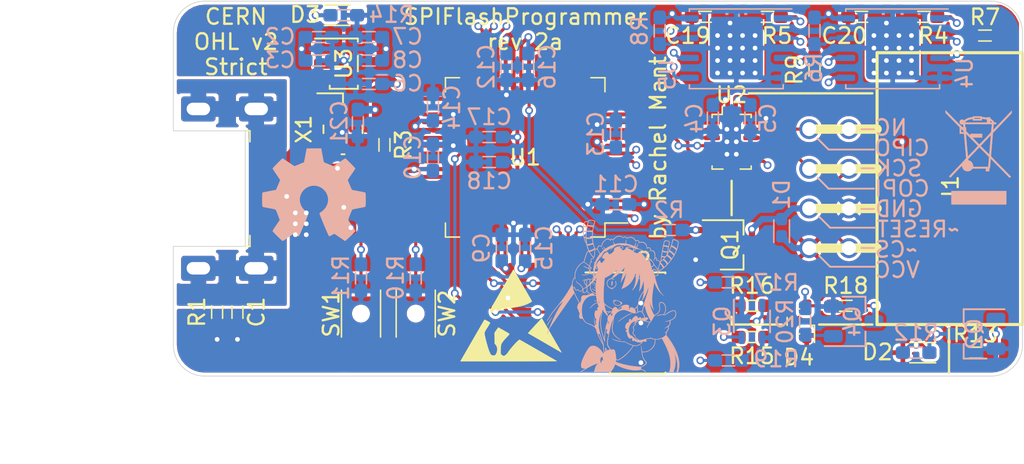
<source format=kicad_pcb>
(kicad_pcb (version 20211014) (generator pcbnew)
  (title_block (title "SPIFlashProgrammer") (rev "rev2") (company "Rachel Mant"))
  (layers (0 "F.Cu" mixed "Top") (1 "In1.Cu" mixed "Inner_1") (2 "In2.Cu" mixed "Inner_2") (31 "B.Cu" mixed "Bottom") (34 "B.Paste" user) (35 "F.Paste" user) (36 "B.SilkS" user "B.Silkscreen") (37 "F.SilkS" user "F.Silkscreen") (38 "B.Mask" user) (39 "F.Mask" user) (44 "Edge.Cuts" user))
  (net 0 "")
  (net 1 "GND")
  (net 2 "Earth")
  (net 3 "/Connectors/VBUS")
  (net 4 "/Connectors/USB_ID")
  (net 5 "/Connectors/D+")
  (net 6 "/Connectors/D-")
  (net 7 "Net-(U1-Pad64)")
  (net 8 "Net-(U1-Pad60)")
  (net 9 "Net-(U1-Pad59)")
  (net 10 "Net-(U1-Pad58)")
  (net 11 "Net-(U1-Pad57)")
  (net 12 "Net-(U1-Pad53)")
  (net 13 "Net-(U1-Pad41)")
  (net 14 "Net-(U1-Pad40)")
  (net 15 "Net-(U1-Pad36)")
  (net 16 "Net-(U1-Pad34)")
  (net 17 "Net-(U1-Pad33)")
  (net 18 "Net-(U1-Pad32)")
  (net 19 "Net-(U1-Pad31)")
  (net 20 "Net-(U1-Pad23)")
  (net 21 "Net-(U1-Pad18)")
  (net 22 "Net-(U1-Pad17)")
  (net 23 "Net-(U1-Pad16)")
  (net 24 "Net-(U1-Pad15)")
  (net 25 "Net-(U1-Pad14)")
  (net 26 "Net-(U1-Pad13)")
  (net 27 "Net-(U1-Pad10)")
  (net 28 "Net-(U1-Pad7)")
  (net 29 "Net-(U1-Pad6)")
  (net 30 "Net-(U1-Pad5)")
  (net 31 "Net-(U1-Pad4)")
  (net 32 "+3V3")
  (net 33 "/Connectors/SPI_VCC")
  (net 34 "/Connectors/~{SPI_CS}")
  (net 35 "/Connectors/SCLK")
  (net 36 "/Connectors/SDO")
  (net 37 "/Connectors/SDI")
  (net 38 "/Connectors/~{RESET}")
  (net 39 "/Connectors/~{SRESET}")
  (net 40 "/Connectors/CIPO")
  (net 41 "/Connectors/COPI")
  (net 42 "/Connectors/SCK")
  (net 43 "/Connectors/~{SCS}")
  (net 44 "/Connectors/~{SRST}")
  (net 45 "/Connectors/TDI")
  (net 46 "/Connectors/TDO")
  (net 47 "/Connectors/TCK")
  (net 48 "/Connectors/TMS")
  (net 49 "Net-(J2-Pad7)")
  (net 50 "Net-(Q1-Pad1)")
  (net 51 "Net-(C6-Pad1)")
  (net 52 "+1V2")
  (net 53 "/Onboard Flash/~{CS1}")
  (net 54 "/Onboard Flash/~{CS2}")
  (net 55 "/Onboard Flash/COPI")
  (net 56 "/Onboard Flash/CIPO")
  (net 57 "/Processor/FLASH_CLK")
  (net 58 "Net-(R6-Pad2)")
  (net 59 "Net-(R7-Pad1)")
  (net 60 "Net-(R8-Pad2)")
  (net 61 "Net-(R9-Pad1)")
  (net 62 "Net-(R11-Pad1)")
  (net 63 "Net-(R10-Pad1)")
  (net 64 "Net-(X1-Pad1)")
  (net 65 "Net-(D2-Pad1)")
  (net 66 "Net-(D3-Pad1)")
  (net 67 "Net-(Q2-Pad1)")
  (net 68 "Net-(D4-Pad4)")
  (net 69 "Net-(D4-Pad3)")
  (net 70 "Net-(D4-Pad2)")
  (net 71 "Net-(Q3-Pad6)")
  (net 72 "Net-(Q3-Pad2)")
  (net 73 "Net-(Q3-Pad5)")
  (net 74 "Net-(Q3-Pad3)")
  (net 75 "Net-(Q4-Pad3)")
  (net 76 "Net-(Q4-Pad1)")
  (net 77 "Net-(R17-Pad1)")
  (net 78 "Net-(R19-Pad1)")
  (net 79 "Net-(R20-Pad2)")
  (net 80 "Net-(J1-Pad5)")
  (net 81 "/Connectors/~{SPI_PRESENT}")
  (footprint "rhais_rcl:C0603" (layer "F.Cu") (at 119.1 92.9 -90)
    (fp_text reference "C1")
    (fp_text value "0.1uF" hide)
  )
  (footprint "rhais_rcl:R0603" (layer "F.Cu") (at 117.8 92.9 90)
    (fp_text reference "R1")
    (fp_text value "1M" hide)
  )
  (footprint "rhais_package-qfn:DQFN16_1EP_2.5x3.5mm_P0.5mm" (layer "F.Cu") (at 150.7 82 -90)
    (fp_text reference "U2")
    (fp_text value "FXL4TD245BQX" hide)
  )
  (footprint "DX-MON:QFP-64_10.2x10.2_Pitch0.5mm" (layer "F.Cu") (at 137.5 83 180)
    (fp_text reference "U1")
    (fp_text value "TM4C123GH6PM" hide)
  )
  (footprint "rhais_rcl:R0603" (layer "F.Cu") (at 128.5 82.2 -90)
    (fp_text reference "R3")
    (fp_text value "10k" hide)
  )
  (footprint "rhais_connector-pinheader:PinSocket_2x05_P1.27mm_Vertical_SMD" (layer "F.Cu") (at 144.7 93.6)
    (fp_text reference "J2")
    (fp_text value "Conn_02x05_Odd_Even" hide)
  )
  (footprint "rhais_package-smd:SOT-23-5" (layer "F.Cu") (at 125.9 77)
    (fp_text reference "U3")
    (fp_text value "TC1015-3.3VCT713" hide)
  )
  (footprint "rhais_usb:MICRO-USB-B-(IN_PCB)" (layer "F.Cu") (at 115 85 -90)
    (fp_text reference "JP1")
    (fp_text value "USB-Micro-B" hide)
    (fp_line (start -3.7 -4.6) (end 3.7 -4.6) (layer "Edge.Cuts") (width 0.05))
    (fp_line (start 3.7 -4.6) (end 3.7 0) (layer "Edge.Cuts") (width 0.05))
    (fp_line (start -3.7 0) (end -3.7 -4.6) (layer "Edge.Cuts") (width 0.05))
  )
  (footprint "rhais_package-smd:SOT-23" (layer "F.Cu") (at 150.7 88.6)
    (fp_text reference "Q1")
    (fp_text value "DMN65D8L-7" hide)
  )
  (footprint "rhais_rcl:C0603" (layer "F.Cu") (at 159 74)
    (fp_text reference "C20")
    (fp_text value "0.1uF" hide)
  )
  (footprint "rhais_rcl:R0603" (layer "F.Cu") (at 163 74 180)
    (fp_text reference "R4")
    (fp_text value "10k" hide)
  )
  (footprint "rhais_rcl:R0603" (layer "F.Cu") (at 153 74 180)
    (fp_text reference "R5")
    (fp_text value "10k" hide)
  )
  (footprint "rhais_rcl:C0603" (layer "F.Cu") (at 149 74)
    (fp_text reference "C19")
    (fp_text value "0.1uF" hide)
  )
  (footprint "rhais_rcl:R0603" (layer "F.Cu") (at 166.9 75.2)
    (fp_text reference "R7")
    (fp_text value "10k" hide)
  )
  (footprint "rhais_rcl:R0603" (layer "F.Cu") (at 156 77.4 -90)
    (fp_text reference "R9")
    (fp_text value "10k" hide)
  )
  (footprint "rhais_button-smd:B3U-1000P-B" (layer "F.Cu") (at 127 93 90)
    (fp_text reference "SW1")
    (fp_text value "B3U-1000P-B" hide)
  )
  (footprint "rhais_button-smd:B3U-1000P-B" (layer "F.Cu") (at 130.5 93 90)
    (fp_text reference "SW2")
    (fp_text value "B3U-1000P-B" hide)
  )
  (footprint "rhais_led:LED0606" (layer "F.Cu") (at 155 93.5 -90)
    (fp_text reference "D4")
    (fp_text value "HSMF-C114" hide)
  )
  (footprint "rhais_rcl:R0603" (layer "F.Cu") (at 152 92.5 180)
    (fp_text reference "R16")
    (fp_text value "750" hide)
  )
  (footprint "rhais_rcl:R0603" (layer "F.Cu") (at 158 92.5 180)
    (fp_text reference "R18")
    (fp_text value "250" hide)
  )
  (footprint "rhais_rcl:R0603" (layer "F.Cu") (at 152 94.5 180)
    (fp_text reference "R15")
    (fp_text value "1k" hide)
  )
  (footprint "rhais_led:LED0603" (layer "F.Cu") (at 162.5 95.5 180)
    (fp_text reference "D2")
    (fp_text value "LED" hide)
  )
  (footprint "rhais_rcl:R0603" (layer "F.Cu") (at 166.3 95.5)
    (fp_text reference "R13")
    (fp_text value "10k" hide)
  )
  (footprint "rhais_led:LED0603" (layer "F.Cu") (at 125.9 73.9)
    (fp_text reference "D3")
    (fp_text value "LED" hide)
  )
  (footprint "DX-MON:75867-132LF" (layer "F.Cu") (at 158.2 85 90)
    (fp_text reference "J1")
    (fp_text value "Conn_02x04_Counter_Clockwise" hide)
  )
  (footprint "rhais_osc:SMD3225" (layer "F.Cu") (at 125.85 81.2 -90)
    (fp_text reference "X1")
    (fp_text value "TXC-7C" hide)
  )
  (footprint "Symbol:ESD-Logo_6.6x6mm_SilkScreen" (layer "F.Cu") (at 136.6 93.1)
    (fp_text reference "SYM2" hide)
    (fp_text value "SYM_ESD_Small" hide)
  )
  (footprint "rhais_rcl:C0603" (layer "B.Cu") (at 151.9 80.5 -90)
    (fp_text reference "C5")
    (fp_text value "0.1uF" hide)
  )
  (footprint "rhais_rcl:C0603" (layer "B.Cu") (at 131.6 79.8 90)
    (fp_text reference "C14")
    (fp_text value "1uF" hide)
  )
  (footprint "rhais_rcl:C0603" (layer "B.Cu") (at 137.7 77.2 -90)
    (fp_text reference "C16")
    (fp_text value "0.1uF" hide)
  )
  (footprint "rhais_rcl:C0603" (layer "B.Cu") (at 135.2 81.7 180)
    (fp_text reference "C17")
    (fp_text value "1uF" hide)
  )
  (footprint "rhais_rcl:C0603" (layer "B.Cu") (at 135.2 83.3 180)
    (fp_text reference "C18")
    (fp_text value "2.2uF" hide)
  )
  (footprint "rhais_rcl:C0603" (layer "B.Cu") (at 137.5 88.8 90)
    (fp_text reference "C15")
    (fp_text value "0.1uF" hide)
  )
  (footprint "rhais_rcl:C0603" (layer "B.Cu") (at 136.3 77.2 -90)
    (fp_text reference "C12")
    (fp_text value "0.1uF" hide)
  )
  (footprint "rhais_rcl:C0603" (layer "B.Cu") (at 149.5 80.5 90)
    (fp_text reference "C4")
    (fp_text value "0.1uF" hide)
  )
  (footprint "DX-MON:SOD882D_DFN1006D-2" (layer "B.Cu") (at 153.9 87.5 90)
    (fp_text reference "D1")
    (fp_text value "PMEG2010BELD,315" hide)
  )
  (footprint "rhais_rcl:C0603" (layer "B.Cu") (at 124.3 75.3 180)
    (fp_text reference "C2")
    (fp_text value "0.1uF" hide)
  )
  (footprint "rhais_rcl:C0603" (layer "B.Cu") (at 124.3 76.8)
    (fp_text reference "C3")
    (fp_text value "1uF" hide)
  )
  (footprint "rhais_rcl:C0603" (layer "B.Cu") (at 127.5 75.3)
    (fp_text reference "C7")
    (fp_text value "0.1uF" hide)
  )
  (footprint "rhais_rcl:C0603" (layer "B.Cu") (at 127.5 76.8 180)
    (fp_text reference "C8")
    (fp_text value "1uF" hide)
  )
  (footprint "rhais_rcl:C0603" (layer "B.Cu") (at 131.6 83 90)
    (fp_text reference "C10")
    (fp_text value "0.1uF" hide)
  )
  (footprint "rhais_rcl:C0603" (layer "B.Cu") (at 143.3 86 180)
    (fp_text reference "C11")
    (fp_text value "0.1uF" hide)
  )
  (footprint "rhais_rcl:C0603" (layer "B.Cu") (at 143.3 81.5 90)
    (fp_text reference "C13")
    (fp_text value "0.1uF" hide)
  )
  (footprint "rhais_rcl:C0603" (layer "B.Cu") (at 136 88.8 90)
    (fp_text reference "C9")
    (fp_text value "0.1uF" hide)
  )
  (footprint "rhais_rcl:C0603" (layer "B.Cu") (at 127.5 78.3 180)
    (fp_text reference "C6")
    (fp_text value "470pF" hide)
  )
  (footprint "rhais_package-qfn:UDFN-8-1EP_6x5mm_P1.27mm_EP3.4x4mm" (layer "B.Cu") (at 161 76 180)
    (fp_text reference "U4")
    (fp_text value "AT25SF641-MHB-T" hide)
  )
  (footprint "rhais_package-qfn:UDFN-8-1EP_6x5mm_P1.27mm_EP3.4x4mm" (layer "B.Cu") (at 151 76 180)
    (fp_text reference "U5")
    (fp_text value "AT25SF641-MHB-T" hide)
  )
  (footprint "rhais_rcl:R0603" (layer "B.Cu") (at 156 74.9 -90)
    (fp_text reference "R6")
    (fp_text value "10k" hide)
  )
  (footprint "rhais_rcl:R0603" (layer "B.Cu") (at 146.1 74.9 -90)
    (fp_text reference "R8")
    (fp_text value "10k" hide)
  )
  (footprint "rhais_rcl:R0603" (layer "B.Cu") (at 146.7 87.65 180)
    (fp_text reference "R2")
    (fp_text value "10k" hide)
  )
  (footprint "rhais_rcl:R0603" (layer "B.Cu") (at 130.5 90.7 -90)
    (fp_text reference "R10")
    (fp_text value "10k" hide)
  )
  (footprint "rhais_rcl:R0603" (layer "B.Cu") (at 127 90.7 -90)
    (fp_text reference "R11")
    (fp_text value "10k" hide)
  )
  (footprint "rhais_rcl:C0603" (layer "B.Cu") (at 126.8 80.8 -90)
    (fp_text reference "C21")
    (fp_text value "0.1uF" hide)
  )
  (footprint "rhais_rcl:R0603" (layer "B.Cu") (at 150.5 91)
    (fp_text reference "R17")
    (fp_text value "10k" hide)
  )
  (footprint "rhais_rcl:R0603" (layer "B.Cu") (at 150.5 96)
    (fp_text reference "R19")
    (fp_text value "10k" hide)
  )
  (footprint "rhais_package-smd:SOT-23" (layer "B.Cu") (at 158.5 93.5)
    (fp_text reference "Q4")
    (fp_text value "DMN65D8L-7" hide)
  )
  (footprint "rhais_package-smd:SOT-363_SC-70-6" (layer "B.Cu") (at 152 93.5 -90)
    (fp_text reference "Q3")
    (fp_text value "2N7002DW" hide)
  )
  (footprint "rhais_rcl:R0603" (layer "B.Cu") (at 155.4 93.5 90)
    (fp_text reference "R20")
    (fp_text value "10k" hide)
  )
  (footprint "rhais_package-smd:SOT-23" (layer "B.Cu") (at 166.3 94.3 180)
    (fp_text reference "Q2")
    (fp_text value "DMN65D8L-7" hide)
  )
  (footprint "rhais_rcl:R0603" (layer "B.Cu") (at 162.5 95.5)
    (fp_text reference "R12")
    (fp_text value "440R" hide)
  )
  (footprint "rhais_rcl:R0603" (layer "B.Cu") (at 125.9 73.9)
    (fp_text reference "R14")
    (fp_text value "440R" hide)
  )
  (footprint "トール:トール-8.6x9.9" (layer "B.Cu") (at 143.2 91.8 180)
    (fp_text reference "DRG1" hide)
    (fp_text value "トール" hide)
  )
  (footprint "Symbol:OSHW-Symbol_6.7x6mm_SilkScreen" (layer "B.Cu") (at 124 85.4 180)
    (fp_text reference "LOGO1" hide)
    (fp_text value "Logo_Open_Hardware_Small" hide)
  )
  (footprint "Symbol:WEEE-Logo_4.2x6mm_SilkScreen" (layer "B.Cu") (at 166.5 83 180)
    (fp_text reference "SYM1" hide)
    (fp_text value "SYM_ESD_Small" hide)
  )
  (gr_line (start 159 83.7) (end 159.8 83.7) (layer "B.SilkS") (width 0.12))
  (gr_line (start 159.8 85) (end 156.9 85) (layer "B.SilkS") (width 0.12))
  (gr_line (start 156.9 85) (end 156.2 84.3) (layer "B.SilkS") (width 0.12))
  (gr_line (start 159 86.3) (end 159.8 86.3) (layer "B.SilkS") (width 0.12))
  (gr_line (start 159 81.2) (end 159.8 81.2) (layer "B.SilkS") (width 0.12))
  (gr_line (start 157 87.5) (end 156.3 86.8) (layer "B.SilkS") (width 0.12))
  (gr_line (start 159.9 87.5) (end 157 87.5) (layer "B.SilkS") (width 0.12))
  (gr_line (start 159 88.8) (end 159.8 88.8) (layer "B.SilkS") (width 0.12))
  (gr_line (start 157 90) (end 156.3 89.3) (layer "B.SilkS") (width 0.12))
  (gr_line (start 159.9 90) (end 157 90) (layer "B.SilkS") (width 0.12))
  (gr_line (start 159.8 82.5) (end 156.9 82.5) (layer "B.SilkS") (width 0.12))
  (gr_line (start 156.9 82.5) (end 156.2 81.8) (layer "B.SilkS") (width 0.12))
  (gr_line (start 150.7 84.5) (end 150.7 86.7) (layer "F.SilkS") (width 0.15))
  (gr_line (start 156.3 93.7) (end 159.7 93.7) (layer "F.SilkS") (width 0.15))
  (gr_line (start 159.7 78.9) (end 151.8 78.9) (layer "F.SilkS") (width 0.15))
  (gr_line (start 150.7 93.2) (end 150.7 93.7) (layer "F.SilkS") (width 0.15))
  (gr_line (start 150.7 93.7) (end 153.9 93.7) (layer "F.SilkS") (width 0.15))
  (gr_line (start 164.6 94) (end 164.6 96.8) (layer "F.SilkS") (width 0.15))
  (gr_line (start 167.3 73) (end 117 73) (layer "Edge.Cuts") (width 0.05))
  (gr_line (start 117 97) (end 167.3 97) (layer "Edge.Cuts") (width 0.05))
  (gr_arc (start 167.3 73) (mid 168.714214 73.585786) (end 169.3 75) (layer "Edge.Cuts") (width 0.05))
  (gr_arc (start 169.3 95) (mid 168.714214 96.414214) (end 167.3 97) (layer "Edge.Cuts") (width 0.05))
  (gr_arc (start 115 75) (mid 115.585786 73.585786) (end 117 73) (layer "Edge.Cuts") (width 0.05))
  (gr_line (start 169.3 95) (end 169.3 75) (layer "Edge.Cuts") (width 0.05))
  (gr_line (start 115 75) (end 115 81.3) (layer "Edge.Cuts") (width 0.05))
  (gr_line (start 115 88.7) (end 115 95) (layer "Edge.Cuts") (width 0.05))
  (gr_arc (start 117 97) (mid 115.585786 96.414214) (end 115 95) (layer "Edge.Cuts") (width 0.05))
  (gr_text "GND" (at 161.4 86.3) (layer "B.SilkS") (effects (font (size 1 1)) (justify mirror)))
  (gr_text "VCC" (at 161.3 90.2) (layer "B.SilkS") (effects (font (size 1 1)) (justify mirror)))
  (gr_text "CIPO" (at 161.6 82.4) (layer "B.SilkS") (effects (font (size 1 1)) (justify mirror)))
  (gr_text "~CS" (at 161.2 88.9) (layer "B.SilkS") (effects (font (size 1 1)) (justify mirror)))
  (gr_text "COPI" (at 161.6 85) (layer "B.SilkS") (effects (font (size 1 1)) (justify mirror)))
  (gr_text "NC" (at 160.9 81.1) (layer "B.SilkS") (effects (font (size 1 1)) (justify mirror)))
  (gr_text "SCK" (at 161.4 83.7) (layer "B.SilkS") (effects (font (size 1 1)) (justify mirror)))
  (gr_text "~RESET" (at 162.6 87.6) (layer "B.SilkS") (effects (font (size 1 1)) (justify mirror)))
  (gr_text "by Rachel Mant" (at 146 82.4 90) (layer "F.SilkS") (effects (font (size 1 1))))
  (gr_text "SPIFlashProgrammer\nrev 2a" (at 137.5 74.8) (layer "F.SilkS") (effects (font (size 1 1))))
  (gr_text "CERN\nOHL v2\nStrict" (at 119 75.6) (layer "F.SilkS") (effects (font (size 1 1))))
  (segment (start 144.9 96.14) (end 144.9 96.14) (width 0.2) (layer "F.Cu") (net 1))
  (segment (start 144.9 92.33) (end 144.9 92.33) (width 0.2) (layer "F.Cu") (net 1))
  (segment (start 132.9 80.25) (end 132.9 80.25) (width 0.25) (layer "F.Cu") (net 1))
  (segment (start 131.65 82.25) (end 132.9 82.25) (width 0.25) (layer "F.Cu") (net 1))
  (segment (start 119.1 93.75) (end 119.1 94.65) (width 0.5) (layer "F.Cu") (net 1))
  (segment (start 150.45 83.75) (end 150.45 82.25) (width 0.2) (layer "F.Cu") (net 1))
  (segment (start 131.65 80.25) (end 132.9 80.25) (width 0.25) (layer "F.Cu") (net 1))
  (segment (start 125.7 77) (end 125.9 76.8) (width 0.4) (layer "F.Cu") (net 1))
  (segment (start 142.45 81.25) (end 143.35 81.25) (width 0.25) (layer "F.Cu") (net 1))
  (segment (start 150.45 82.25) (end 150.7 82) (width 0.2) (layer "F.Cu") (net 1))
  (segment (start 124.9 82.3) (end 124.9 82.4) (width 0.5) (layer "F.Cu") (net 1))
  (segment (start 136.25 78.95) (end 136.3 79) (width 0.25) (layer "F.Cu") (net 1))
  (segment (start 152.65 80.75) (end 152.9 80.5) (width 0.3) (layer "F.Cu") (net 1))
  (segment (start 143.35 85.75) (end 141.75 85.75) (width 0.25) (layer "F.Cu") (net 1))
  (segment (start 151.95 80.75) (end 152.65 80.75) (width 0.3) (layer "F.Cu") (net 1))
  (segment (start 136.25 77.15) (end 136.25 78.95) (width 0.25) (layer "F.Cu") (net 1))
  (segment (start 150.95 83.75) (end 150.95 82.85) (width 0.2) (layer "F.Cu") (net 1))
  (segment (start 142.1 80.9) (end 142.45 81.25) (width 0.25) (layer "F.Cu") (net 1))
  (segment (start 146.9 96.14) (end 144.9 96.14) (width 0.4) (layer "F.Cu") (net 1))
  (segment (start 117.8 93.75) (end 117.8 94.65) (width 0.5) (layer "F.Cu") (net 1))
  (segment (start 146.9 93.6) (end 144.9 93.6) (width 0.4) (layer "F.Cu") (net 1))
  (segment (start 141.75 85.75) (end 141.5 86) (width 0.25) (layer "F.Cu") (net 1))
  (segment (start 125.8 81.4) (end 124.9 82.3) (width 0.5) (layer "F.Cu") (net 1))
  (segment (start 124.55 77) (end 125.7 77) (width 0.4) (layer "F.Cu") (net 1))
  (segment (start 150.95 82.85) (end 151 82.8) (width 0.2) (layer "F.Cu") (net 1))
  (segment (start 146.9 92.33) (end 144.9 92.33) (width 0.4) (layer "F.Cu") (net 1))
  (segment (start 136.75 88.85) (end 136.75 87.2) (width 0.25) (layer "F.Cu") (net 1))
  (segment (start 149.7 89.55) (end 148.4 89.55) (width 0.4) (layer "F.Cu") (net 1))
  (via (at 150.6 76.8) (size 0.5) (drill 0.3) (layers "F.Cu" "B.Cu") (net 1))
  (via (at 150.6 77.6) (size 0.5) (drill 0.3) (layers "F.Cu" "B.Cu") (net 1))
  (via (at 152.2 76.8) (size 0.5) (drill 0.3) (layers "F.Cu" "B.Cu") (net 1))
  (via (at 149.8 77.6) (size 0.5) (drill 0.3) (layers "F.Cu" "B.Cu") (net 1))
  (via (at 149.8 76.8) (size 0.5) (drill 0.3) (layers "F.Cu" "B.Cu") (net 1))
  (via (at 150.6 76) (size 0.5) (drill 0.3) (layers "F.Cu" "B.Cu") (net 1))
  (via (at 151.4 77.6) (size 0.5) (drill 0.3) (layers "F.Cu" "B.Cu") (net 1))
  (via (at 151.4 76) (size 0.5) (drill 0.3) (layers "F.Cu" "B.Cu") (net 1))
  (via (at 152.2 76) (size 0.5) (drill 0.3) (layers "F.Cu" "B.Cu") (net 1))
  (via (at 152.2 77.6) (size 0.5) (drill 0.3) (layers "F.Cu" "B.Cu") (net 1))
  (via (at 149.8 76) (size 0.5) (drill 0.3) (layers "F.Cu" "B.Cu") (net 1))
  (via (at 151.4 76.8) (size 0.5) (drill 0.3) (layers "F.Cu" "B.Cu") (net 1))
  (via (at 161.4 76.8) (size 0.5) (drill 0.3) (layers "F.Cu" "B.Cu") (net 1))
  (via (at 161.4 75.2) (size 0.5) (drill 0.3) (layers "F.Cu" "B.Cu") (net 1))
  (via (at 160.6 75.2) (size 0.5) (drill 0.3) (layers "F.Cu" "B.Cu") (net 1))
  (via (at 159.8 76) (size 0.5) (drill 0.3) (layers "F.Cu" "B.Cu") (net 1))
  (via (at 162.2 77.6) (size 0.5) (drill 0.3) (layers "F.Cu" "B.Cu") (net 1))
  (via (at 162.2 75.2) (size 0.5) (drill 0.3) (layers "F.Cu" "B.Cu") (net 1))
  (via (at 162.2 76) (size 0.5) (drill 0.3) (layers "F.Cu" "B.Cu") (net 1))
  (via (at 161.4 76) (size 0.5) (drill 0.3) (layers "F.Cu" "B.Cu") (net 1))
  (via (at 161.4 77.6) (size 0.5) (drill 0.3) (layers "F.Cu" "B.Cu") (net 1))
  (via (at 160.6 76) (size 0.5) (drill 0.3) (layers "F.Cu" "B.Cu") (net 1))
  (via (at 159.8 76.8) (size 0.5) (drill 0.3) (layers "F.Cu" "B.Cu") (net 1))
  (via (at 159.8 77.6) (size 0.5) (drill 0.3) (layers "F.Cu" "B.Cu") (net 1))
  (via (at 160.6 74.4) (size 0.5) (drill 0.3) (layers "F.Cu" "B.Cu") (net 1))
  (via (at 159.8 75.2) (size 0.5) (drill 0.3) (layers "F.Cu" "B.Cu") (net 1))
  (via (at 162.2 76.8) (size 0.5) (drill 0.3) (layers "F.Cu" "B.Cu") (net 1))
  (via (at 160.6 77.6) (size 0.5) (drill 0.3) (layers "F.Cu" "B.Cu") (net 1))
  (via (at 160.6 76.8) (size 0.5) (drill 0.3) (layers "F.Cu" "B.Cu") (net 1))
  (via (at 141.5 86) (size 0.5) (drill 0.3) (layers "F.Cu" "B.Cu") (net 1))
  (via (at 148.4 89.55) (size 0.5) (drill 0.3) (layers "F.Cu" "B.Cu") (net 1))
  (via (at 123.5 86.55) (size 0.5) (drill 0.3) (layers "F.Cu" "B.Cu") (net 1))
  (via (at 150.4 81.2) (size 0.5) (drill 0.3) (layers "F.Cu" "B.Cu") (net 1))
  (via (at 136.75 87.2) (size 0.5) (drill 0.3) (layers "F.Cu" "B.Cu") (net 1))
  (via (at 151.4 75.2) (size 0.5) (drill 0.3) (layers "F.Cu" "B.Cu") (net 1))
  (via (at 117.8 94.65) (size 0.5) (drill 0.3) (layers "F.Cu" "B.Cu") (net 1))
  (via (at 144.9 93.6) (size 0.5) (drill 0.3) (layers "F.Cu" "B.Cu") (net 1))
  (via (at 125.9 76.8) (size 0.5) (drill 0.3) (layers "F.Cu" "B.Cu") (net 1))
  (via (at 122.8 87.25) (size 0.5) (drill 0.3) (layers "F.Cu" "B.Cu") (net 1))
  (via (at 150.4 82.8) (size 0.5) (drill 0.3) (layers "F.Cu" "B.Cu") (net 1))
  (via (at 125.8 81.4) (size 0.5) (drill 0.3) (layers "F.Cu" "B.Cu") (net 1))
  (via (at 151 81.2) (size 0.5) (drill 0.3) (layers "F.Cu" "B.Cu") (net 1))
  (via (at 119.1 94.65) (size 0.5) (drill 0.3) (layers "F.Cu" "B.Cu") (net 1))
  (via (at 122.8 86.55) (size 0.5) (drill 0.3) (layers "F.Cu" "B.Cu") (net 1))
  (via (at 151 82) (size 0.5) (drill 0.3) (layers "F.Cu" "B.Cu") (net 1))
  (via (at 152.2 75.2) (size 0.5) (drill 0.3) (layers "F.Cu" "B.Cu") (net 1))
  (via (at 149.8 75.2) (size 0.5) (drill 0.3) (layers "F.Cu" "B.Cu") (net 1))
  (via (at 136.3 79) (size 0.5) (drill 0.3) (layers "F.Cu" "B.Cu") (net 1))
  (via (at 150.6 75.2) (size 0.5) (drill 0.3) (layers "F.Cu" "B.Cu") (net 1))
  (via (at 152.9 80.5) (size 0.5) (drill 0.3) (layers "F.Cu" "B.Cu") (net 1))
  (via (at 122.8 87.95) (size 0.5) (drill 0.3) (layers "F.Cu" "B.Cu") (net 1))
  (via (at 151 82.8) (size 0.5) (drill 0.3) (layers "F.Cu" "B.Cu") (net 1))
  (via (at 132.9 80.25) (size 0.5) (drill 0.3) (layers "F.Cu" "B.Cu") (net 1))
  (via (at 132.9 82.25) (size 0.5) (drill 0.3) (layers "F.Cu" "B.Cu") (net 1))
  (via (at 144.9 96.14) (size 0.5) (drill 0.3) (layers "F.Cu" "B.Cu") (net 1))
  (via (at 136.4 92) (size 0.5) (drill 0.3) (layers "F.Cu" "B.Cu") (net 1))
  (via (at 122.25 85.5) (size 0.5) (drill 0.3) (layers "F.Cu" "B.Cu") (net 1))
  (via (at 150.6 74.4) (size 0.5) (drill 0.3) (layers "F.Cu" "B.Cu") (net 1))
  (via (at 150.4 82) (size 0.5) (drill 0.3) (layers "F.Cu" "B.Cu") (net 1))
  (via (at 144.9 92.33) (size 0.5) (drill 0.3) (layers "F.Cu" "B.Cu") (net 1))
  (via (at 142.1 80.9) (size 0.5) (drill 0.3) (layers "F.Cu" "B.Cu") (net 1))
  (via (at 123.5 87.25) (size 0.5) (drill 0.3) (layers "F.Cu" "B.Cu") (net 1))
  (via (at 123.5 87.95) (size 0.5) (drill 0.3) (layers "F.Cu" "B.Cu") (net 1))
  (segment (start 164 77.905) (end 162.505 77.905) (width 0.3) (layer "B.Cu") (net 1))
  (segment (start 152.505 77.905) (end 152.2 77.6) (width 0.3) (layer "B.Cu") (net 1))
  (segment (start 154 77.9) (end 152.505 77.905) (width 0.3) (layer "B.Cu") (net 1))
  (segment (start 162.505 77.905) (end 162.2 77.6) (width 0.3) (layer "B.Cu") (net 1))
  (segment (start 122.25 85.5) (end 122.6 85.5) (width 0.2) (layer "B.Cu") (net 1))
  (segment (start 130.565689 85.90001) (end 130.715699 85.75) (width 0.2) (layer "F.Cu") (net 3))
  (segment (start 125.9 86.2) (end 126.2 85.9) (width 0.2) (layer "F.Cu") (net 3))
  (segment (start 130.715699 85.75) (end 131.65 85.75) (width 0.2) (layer "F.Cu") (net 3))
  (segment (start 124.55 76.05) (end 123.2 76.05) (width 0.4) (layer "F.Cu") (net 3))
  (segment (start 126.2 85.9) (end 130.565689 85.90001) (width 0.2) (layer "F.Cu") (net 3))
  (via (at 125.5 83.7) (size 0.5) (drill 0.3) (layers "F.Cu" "B.Cu") (net 3))
  (via (at 125.9 86.2) (size 0.5) (drill 0.3) (layers "F.Cu" "B.Cu") (net 3))
  (via (at 123.2 76.05) (size 0.5) (drill 0.3) (layers "F.Cu" "B.Cu") (net 3))
  (segment (start 123.2 76.55) (end 123.2 76.05) (width 0.4) (layer "B.Cu") (net 3))
  (segment (start 125.9 86.2) (end 125.5 85.8) (width 0.2) (layer "B.Cu") (net 3))
  (segment (start 123.45 75.3) (end 123.2 75.55) (width 0.4) (layer "B.Cu") (net 3))
  (segment (start 123.45 76.8) (end 123.2 76.55) (width 0.4) (layer "B.Cu") (net 3))
  (segment (start 125.5 85.8) (end 125.5 83.7) (width 0.2) (layer "B.Cu") (net 3))
  (segment (start 123.2 75.55) (end 123.2 76.05) (width 0.4) (layer "B.Cu") (net 3))
  (segment (start 130.4 85.5) (end 125.4 85.5) (width 0.2) (layer "F.Cu") (net 4))
  (segment (start 122.85 85.7) (end 122.5 86.05) (width 0.2) (layer "F.Cu") (net 4))
  (segment (start 125.4 85.5) (end 125.2 85.7) (width 0.2) (layer "F.Cu") (net 4))
  (segment (start 131.65 85.25) (end 130.65 85.25) (width 0.2) (layer "F.Cu") (net 4))
  (segment (start 122.5 86.05) (end 122 86.05) (width 0.2) (layer "F.Cu") (net 4))
  (segment (start 122 86.05) (end 121.6 85.65) (width 0.2) (layer "F.Cu") (net 4))
  (segment (start 125.2 85.7) (end 122.85 85.7) (width 0.2) (layer "F.Cu") (net 4))
  (segment (start 121.6 85.65) (end 120.7 85.65) (width 0.2) (layer "F.Cu") (net 4))
  (segment (start 130.65 85.25) (end 130.4 85.5) (width 0.2) (layer "F.Cu") (net 4))
  (segment (start 131.65 84.75) (end 130.6 84.75) (width 0.2) (layer "F.Cu") (net 5))
  (segment (start 121.700008 85) (end 120.7 85) (width 0.2) (layer "F.Cu") (net 5))
  (segment (start 130.6 84.75) (end 130.55 84.7) (width 0.2) (layer "F.Cu") (net 5))
  (segment (start 125.090117 84.7) (end 124.890109 84.900008) (width 0.2) (layer "F.Cu") (net 5))
  (segment (start 121.8 84.900008) (end 121.700008 85) (width 0.2) (layer "F.Cu") (net 5))
  (segment (start 124.890109 84.900008) (end 121.8 84.900008) (width 0.2) (layer "F.Cu") (net 5))
  (segment (start 130.55 84.7) (end 125.090117 84.7) (width 0.2) (layer "F.Cu") (net 5))
  (segment (start 131.65 84.25) (end 130.65 84.25) (width 0.2) (layer "F.Cu") (net 6))
  (segment (start 121.8 84.5) (end 121.65 84.35) (width 0.2) (layer "F.Cu") (net 6))
  (segment (start 130.65 84.25) (end 130.6 84.3) (width 0.2) (layer "F.Cu") (net 6))
  (segment (start 130.6 84.3) (end 124.924429 84.3) (width 0.2) (layer "F.Cu") (net 6))
  (segment (start 124.724429 84.5) (end 121.8 84.5) (width 0.2) (layer "F.Cu") (net 6))
  (segment (start 124.924429 84.3) (end 124.724429 84.5) (width 0.2) (layer "F.Cu") (net 6))
  (segment (start 121.65 84.35) (end 120.7 84.35) (width 0.2) (layer "F.Cu") (net 6))
  (segment (start 126.9 82.3) (end 126.8 82.4) (width 0.2) (layer "F.Cu") (net 14))
  (segment (start 130.75 82.75) (end 130.3 82.3) (width 0.2) (layer "F.Cu") (net 14))
  (segment (start 131.65 82.75) (end 130.75 82.75) (width 0.2) (layer "F.Cu") (net 14))
  (segment (start 130.3 82.3) (end 126.9 82.3) (width 0.2) (layer "F.Cu") (net 14))
  (segment (start 151.95 83.25) (end 152.75 83.25) (width 0.2) (layer "F.Cu") (net 32))
  (segment (start 142.35 81.75) (end 143.35 81.75) (width 0.25) (layer "F.Cu") (net 32))
  (segment (start 136.25 88.85) (end 136.25 90.1) (width 0.25) (layer "F.Cu") (net 32))
  (segment (start 157.1 74) (end 156.9 73.8) (width 0.3) (layer "F.Cu") (net 32))
  (segment (start 136.75 75.85) (end 136.3 75.4) (width 0.25) (layer "F.Cu") (net 32))
  (segment (start 136.75 77.15) (end 136.75 75.85) (width 0.25) (layer "F.Cu") (net 32))
  (segment (start 148.15 74) (end 147.1 74) (width 0.3) (layer "F.Cu") (net 32))
  (segment (start 144.85 86.25) (end 145.1 86) (width 0.25) (layer "F.Cu") (net 32))
  (segment (start 130.4 83.75) (end 131.65 83.75) (width 0.25) (layer "F.Cu") (net 32))
  (segment (start 131.65 81.25) (end 130.711258 81.25) (width 0.25) (layer "F.Cu") (net 32))
  (segment (start 130.711258 81.25) (end 130.470482 81.009224) (width 0.25) (layer "F.Cu") (net 32))
  (segment (start 127.25 76.05) (end 128.6 76.05) (width 0.4) (layer "F.Cu") (net 32))
  (segment (start 158.15 74) (end 157.1 74) (width 0.3) (layer "F.Cu") (net 32))
  (segment (start 143.35 86.25) (end 144.85 86.25) (width 0.25) (layer "F.Cu") (net 32))
  (segment (start 152.75 83.25) (end 153 83.5) (width 0.2) (layer "F.Cu") (net 32))
  (segment (start 142.1 82) (end 142.35 81.75) (width 0.25) (layer "F.Cu") (net 32))
  (segment (start 147.1 74) (end 146.9 73.8) (width 0.3) (layer "F.Cu") (net 32))
  (via (at 153 83.5) (size 0.5) (drill 0.3) (layers "F.Cu" "B.Cu") (net 32))
  (via (at 136.25 90.1) (size 0.5) (drill 0.3) (layers "F.Cu" "B.Cu") (net 32))
  (via (at 145.1 86) (size 0.5) (drill 0.3) (layers "F.Cu" "B.Cu") (net 32))
  (via (at 136.3 75.4) (size 0.5) (drill 0.3) (layers "F.Cu" "B.Cu") (net 32))
  (via (at 156.9 73.8) (size 0.5) (drill 0.3) (layers "F.Cu" "B.Cu") (net 32))
  (via (at 126.35 87.5) (size 0.5) (drill 0.3) (layers "F.Cu" "B.Cu") (net 32))
  (via (at 127.9 79.95) (size 0.5) (drill 0.3) (layers "F.Cu" "B.Cu") (net 32))
  (via (at 146.9 73.8) (size 0.5) (drill 0.3) (layers "F.Cu" "B.Cu") (net 32))
  (via (at 142.1 82) (size 0.5) (drill 0.3) (layers "F.Cu" "B.Cu") (net 32))
  (via (at 150.3 79.3) (size 0.5) (drill 0.3) (layers "F.Cu" "B.Cu") (net 32))
  (via (at 130.4 83.75) (size 0.5) (drill 0.3) (layers "F.Cu" "B.Cu") (net 32))
  (via (at 128.6 76.05) (size 0.5) (drill 0.3) (layers "F.Cu" "B.Cu") (net 32))
  (via (at 130.470482 81.009224) (size 0.5) (drill 0.3) (layers "F.Cu" "B.Cu") (net 32))
  (segment (start 128.35 76.8) (end 128.6 76.55) (width 0.4) (layer "B.Cu") (net 32))
  (segment (start 144.15 86) (end 145.1 86) (width 0.25) (layer "B.Cu") (net 32))
  (segment (start 128.6 75.55) (end 128.6 76.05) (width 0.4) (layer "B.Cu") (net 32))
  (segment (start 130.829706 80.65) (end 130.470482 81.009224) (width 0.25) (layer "B.Cu") (net 32))
  (segment (start 136 89.65) (end 136 89.85) (width 0.25) (layer "B.Cu") (net 32))
  (segment (start 147.195 74.095) (end 146.9 73.8) (width 0.3) (layer "B.Cu") (net 32))
  (segment (start 131.5 83.75) (end 131.6 83.85) (width 0.25) (layer "B.Cu") (net 32))
  (segment (start 136.3 75.4) (end 136.3 76.35) (width 0.25) (layer "B.Cu") (net 32))
  (segment (start 146.65 74.05) (end 146.9 73.8) (width 0.2) (layer "B.Cu") (net 32))
  (segment (start 126.8 79.95) (end 127.9 79.95) (width 0.5) (layer "B.Cu") (net 32))
  (segment (start 158 74.095) (end 157.195 74.095) (width 0.3) (layer "B.Cu") (net 32))
  (segment (start 157.195 74.095) (end 156.9 73.8) (width 0.3) (layer "B.Cu") (net 32))
  (segment (start 150.3 79.3) (end 149.85 79.3) (width 0.4) (layer "B.Cu") (net 32))
  (segment (start 142.45 82.35) (end 142.1 82) (width 0.25) (layer "B.Cu") (net 32))
  (segment (start 149.85 79.3) (end 149.5 79.65) (width 0.4) (layer "B.Cu") (net 32))
  (segment (start 156 74.05) (end 156.65 74.05) (width 0.2) (layer "B.Cu") (net 32))
  (segment (start 131.6 80.65) (end 130.829706 80.65) (width 0.25) (layer "B.Cu") (net 32))
  (segment (start 148 74.095) (end 147.195 74.095) (width 0.3) (layer "B.Cu") (net 32))
  (segment (start 128.35 75.3) (end 128.6 75.55) (width 0.4) (layer "B.Cu") (net 32))
  (segment (start 143.3 82.35) (end 142.45 82.35) (width 0.25) (layer "B.Cu") (net 32))
  (segment (start 156.65 74.05) (end 156.9 73.8) (width 0.2) (layer "B.Cu") (net 32))
  (segment (start 146.1 74.05) (end 146.65 74.05) (width 0.2) (layer "B.Cu") (net 32))
  (segment (start 136 89.85) (end 136.25 90.1) (width 0.25) (layer "B.Cu") (net 32))
  (segment (start 128.6 76.55) (end 128.6 76.05) (width 0.4) (layer "B.Cu") (net 32))
  (segment (start 130.4 83.75) (end 131.5 83.75) (width 0.25) (layer "B.Cu") (net 32))
  (via (at 161.6 82) (size 0.5) (drill 0.3) (layers "F.Cu" "B.Cu") (net 33))
  (via (at 151.1 79.3) (size 0.5) (drill 0.3) (layers "F.Cu" "B.Cu") (net 33))
  (segment (start 151.1 79.3) (end 151.55 79.3) (width 0.4) (layer "B.Cu") (net 33))
  (segment (start 155.66 88.81) (end 154.66 88.81) (width 0.4) (layer "B.Cu") (net 33))
  (segment (start 151.55 79.3) (end 151.9 79.65) (width 0.4) (layer "B.Cu") (net 33))
  (segment (start 154.66 88.81) (end 153.9 88.05) (width 0.4) (layer "B.Cu") (net 33))
  (segment (start 148.75 82.75) (end 148.65 82.85) (width 0.2) (layer "F.Cu") (net 34))
  (segment (start 147.850001 81.981398) (end 146.79998 80.931378) (width 0.2) (layer "F.Cu") (net 34))
  (segment (start 147.9 82.031398) (end 147.868602 82.031398) (width 0.2) (layer "F.Cu") (net 34))
  (segment (start 139.75 75.884302) (end 139.75 77.15) (width 0.2) (layer "F.Cu") (net 34))
  (segment (start 146.79998 80.931378) (end 146.79998 78.931378) (width 0.2) (layer "F.Cu") (net 34))
  (segment (start 147.850001 82.012797) (end 147.850001 81.981398) (width 0.2) (layer "F.Cu") (net 34))
  (segment (start 147.9 82.464002) (end 147.9 82.031398) (width 0.2) (layer "F.Cu") (net 34))
  (segment (start 142.968592 75.09999) (end 140.534311 75.09999) (width 0.2) (layer "F.Cu") (net 34))
  (segment (start 147.868602 82.031398) (end 147.850001 82.012797) (width 0.2) (layer "F.Cu") (net 34))
  (segment (start 146.79998 78.931378) (end 142.968592 75.09999) (width 0.2) (layer "F.Cu") (net 34))
  (segment (start 140.534311 75.09999) (end 139.75 75.884302) (width 0.2) (layer "F.Cu") (net 34))
  (segment (start 149.45 82.75) (end 148.75 82.75) (width 0.2) (layer "F.Cu") (net 34))
  (segment (start 148.65 82.85) (end 148.285998 82.85) (width 0.2) (layer "F.Cu") (net 34))
  (segment (start 148.285998 82.85) (end 147.9 82.464002) (width 0.2) (layer "F.Cu") (net 34))
  (segment (start 146.399972 81.097068) (end 146.399972 79.097068) (width 0.2) (layer "F.Cu") (net 35))
  (segment (start 140.7 75.5) (end 140.25 75.95) (width 0.2) (layer "F.Cu") (net 35))
  (segment (start 146.399972 79.097068) (end 142.802904 75.5) (width 0.2) (layer "F.Cu") (net 35))
  (segment (start 147.3 81.997096) (end 146.399972 81.097068) (width 0.2) (layer "F.Cu") (net 35))
  (segment (start 140.25 75.95) (end 140.25 77.15) (width 0.2) (layer "F.Cu") (net 35))
  (segment (start 149.45 82.25) (end 148.5 82.25) (width 0.2) (layer "F.Cu") (net 35))
  (segment (start 147.3 82.25) (end 147.3 81.997096) (width 0.2) (layer "F.Cu") (net 35))
  (segment (start 142.802904 75.5) (end 140.7 75.5) (width 0.2) (layer "F.Cu") (net 35))
  (via (at 147.3 82.25) (size 0.5) (drill 0.3) (layers "F.Cu" "B.Cu") (net 35))
  (via (at 148.5 82.25) (size 0.5) (drill 0.3) (layers "F.Cu" "B.Cu") (net 35))
  (segment (start 148.5 82.25) (end 147.3 82.25) (width 0.2) (layer "B.Cu") (net 35))
  (segment (start 151.95 81.75) (end 153.68 81.75) (width 0.2) (layer "F.Cu") (net 36))
  (segment (start 153.68 81.75) (end 155.66 83.73) (width 0.2) (layer "F.Cu") (net 36))
  (segment (start 153.67 81.19) (end 153.61 81.25) (width 0.2) (layer "F.Cu") (net 37))
  (segment (start 151.95 81.25) (end 153.61 81.25) (width 0.2) (layer "F.Cu") (net 37))
  (segment (start 155.66 81.19) (end 153.67 81.19) (width 0.2) (layer "F.Cu") (net 37))
  (segment (start 152 88.6) (end 152 87.6) (width 0.4) (layer "F.Cu") (net 38))
  (via (at 152 87.6) (size 0.5) (drill 0.3) (layers "F.Cu" "B.Cu") (net 38))
  (segment (start 153.9 86.95) (end 153.25 86.95) (width 0.4) (layer "B.Cu") (net 38))
  (segment (start 152 87.6) (end 152.65 86.95) (width 0.4) (layer "B.Cu") (net 38))
  (segment (start 154.58 86.27) (end 153.9 86.95) (width 0.4) (layer "B.Cu") (net 38))
  (segment (start 155.66 86.27) (end 154.58 86.27) (width 0.4) (layer "B.Cu") (net 38))
  (segment (start 152.65 86.95) (end 153.25 86.95) (width 0.4) (layer "B.Cu") (net 38))
  (segment (start 137.75 77.15) (end 137.75 80) (width 0.2) (layer "F.Cu") (net 39))
  (via (at 137.75 80) (size 0.5) (drill 0.3) (layers "F.Cu" "B.Cu") (net 39))
  (segment (start 145.85 87.65) (end 142.15 87.65) (width 0.2) (layer "B.Cu") (net 39))
  (segment (start 137.75 80) (end 137.75 83.25) (width 0.2) (layer "B.Cu") (net 39))
  (segment (start 137.75 83.25) (end 142.15 87.65) (width 0.2) (layer "B.Cu") (net 39))
  (segment (start 139.25 75.818602) (end 139.25 77.15) (width 0.2) (layer "F.Cu") (net 40))
  (segment (start 148.660008 81.65001) (end 148.084311 81.65001) (width 0.2) (layer "F.Cu") (net 40))
  (segment (start 149.45 81.75) (end 148.759998 81.75) (width 0.2) (layer "F.Cu") (net 40))
  (segment (start 147.19999 78.765688) (end 143.134282 74.69998) (width 0.2) (layer "F.Cu") (net 40))
  (segment (start 140.368622 74.69998) (end 139.25 75.818602) (width 0.2) (layer "F.Cu") (net 40))
  (segment (start 148.084311 81.65001) (end 147.19999 80.765689) (width 0.2) (layer "F.Cu") (net 40))
  (segment (start 147.19999 80.765689) (end 147.19999 78.765688) (width 0.2) (layer "F.Cu") (net 40))
  (segment (start 148.759998 81.75) (end 148.660008 81.65001) (width 0.2) (layer "F.Cu") (net 40))
  (segment (start 143.134282 74.69998) (end 140.368622 74.69998) (width 0.2) (layer "F.Cu") (net 40))
  (segment (start 143.29997 74.29997) (end 140.202933 74.29997) (width 0.2) (layer "F.Cu") (net 41))
  (segment (start 140.202933 74.29997) (end 138.75 75.752904) (width 0.2) (layer "F.Cu") (net 41))
  (segment (start 148.25 81.25) (end 147.6 80.6) (width 0.2) (layer "F.Cu") (net 41))
  (segment (start 149.45 81.25) (end 148.25 81.25) (width 0.2) (layer "F.Cu") (net 41))
  (segment (start 138.75 75.752904) (end 138.75 77.15) (width 0.2) (layer "F.Cu") (net 41))
  (segment (start 147.6 80.6) (end 147.6 78.6) (width 0.2) (layer "F.Cu") (net 41))
  (segment (start 147.6 78.6) (end 143.29997 74.29997) (width 0.2) (layer "F.Cu") (net 41))
  (segment (start 154.5 84.2) (end 154.5 83.135698) (width 0.2) (layer "F.Cu") (net 42))
  (segment (start 154.5 83.135698) (end 153.614302 82.25) (width 0.2) (layer "F.Cu") (net 42))
  (segment (start 155.1 84.8) (end 157.1 84.8) (width 0.2) (layer "F.Cu") (net 42))
  (segment (start 153.614302 82.25) (end 151.95 82.25) (width 0.2) (layer "F.Cu") (net 42))
  (segment (start 157.1 84.8) (end 158.2 83.73) (width 0.2) (layer "F.Cu") (net 42))
  (segment (start 154.5 84.2) (end 155.1 84.8) (width 0.2) (layer "F.Cu") (net 42))
  (segment (start 156.1 85.2) (end 156.925 86.025) (width 0.2) (layer "F.Cu") (net 43))
  (segment (start 156.925 86.025) (end 156.925 87.535) (width 0.2) (layer "F.Cu") (net 43))
  (segment (start 153.548604 82.75) (end 154.09999 83.301386) (width 0.2) (layer "F.Cu") (net 43))
  (segment (start 154.934302 85.2) (end 156.1 85.2) (width 0.2) (layer "F.Cu") (net 43))
  (segment (start 154.09999 84.365689) (end 154.934302 85.2) (width 0.2) (layer "F.Cu") (net 43))
  (segment (start 151.95 82.75) (end 153.548604 82.75) (width 0.2) (layer "F.Cu") (net 43))
  (segment (start 156.925 87.535) (end 158.2 88.81) (width 0.2) (layer "F.Cu") (net 43))
  (segment (start 154.09999 83.301386) (end 154.09999 84.365689) (width 0.2) (layer "F.Cu") (net 43))
  (segment (start 133.5 82.6) (end 133.5 82) (width 0.2) (layer "F.Cu") (net 44))
  (segment (start 128.9 81.75) (end 128.5 81.35) (width 0.2) (layer "F.Cu") (net 44))
  (segment (start 133 91.7) (end 135.7 94.4) (width 0.2) (layer "F.Cu") (net 44))
  (segment (start 131.65 81.75) (end 132.6 81.75) (width 0.2) (layer "F.Cu") (net 44))
  (segment (start 133 83.1) (end 133 83.1) (width 0.2) (layer "F.Cu") (net 44))
  (segment (start 133.5 82) (end 133.2 81.7) (width 0.2) (layer "F.Cu") (net 44))
  (segment (start 132.6 81.75) (end 132.65 81.7) (width 0.2) (layer "F.Cu") (net 44))
  (segment (start 142.5 96.14) (end 141.704998 96.14) (width 0.2) (layer "F.Cu") (net 44))
  (segment (start 139.9 94.4) (end 141.704998 96.14) (width 0.2) (layer "F.Cu") (net 44))
  (segment (start 131.65 81.75) (end 128.9 81.75) (width 0.2) (layer "F.Cu") (net 44))
  (segment (start 133.2 81.7) (end 132.65 81.7) (width 0.2) (layer "F.Cu") (net 44))
  (segment (start 133.5 82.6) (end 133 83.1) (width 0.2) (layer "F.Cu") (net 44))
  (segment (start 135.7 94.4) (end 139.9 94.4) (width 0.2) (layer "F.Cu") (net 44))
  (via (at 133 91.7) (size 0.5) (drill 0.3) (layers "F.Cu" "B.Cu") (net 44))
  (via (at 133 83.1) (size 0.5) (drill 0.3) (layers "F.Cu" "B.Cu") (net 44))
  (segment (start 133 91.7) (end 133 89.8) (width 0.2) (layer "B.Cu") (net 44))
  (segment (start 133 89.8) (end 133 83.1) (width 0.2) (layer "B.Cu") (net 44))
  (segment (start 140.3 93.5) (end 137.014002 93.5) (width 0.2) (layer "F.Cu") (net 45))
  (segment (start 137.014002 93.5) (end 134.25 90.735998) (width 0.2) (layer "F.Cu") (net 45))
  (segment (start 141.67 94.87) (end 140.3 93.5) (width 0.2) (layer "F.Cu") (net 45))
  (segment (start 134.25 88.85) (end 134.25 90.701002) (width 0.2) (layer "F.Cu") (net 45))
  (segment (start 142.5 94.87) (end 141.67 94.87) (width 0.2) (layer "F.Cu") (net 45))
  (segment (start 134.25 90.735998) (end 134.25 90.701002) (width 0.2) (layer "F.Cu") (net 45))
  (segment (start 140.4 92.9) (end 141.1 93.6) (width 0.2) (layer "F.Cu") (net 46))
  (segment (start 138.3 92.9) (end 140.4 92.9) (width 0.2) (layer "F.Cu") (net 46))
  (segment (start 135.6 92.9) (end 133.75 91.05) (width 0.2) (layer "F.Cu") (net 46))
  (segment (start 133.75 91.05) (end 133.75 88.85) (width 0.2) (layer "F.Cu") (net 46))
  (segment (start 142.5 93.6) (end 141.1 93.6) (width 0.2) (layer "F.Cu") (net 46))
  (via (at 135.6 92.9) (size 0.5) (drill 0.3) (layers "F.Cu" "B.Cu") (net 46))
  (via (at 138.3 92.9) (size 0.5) (drill 0.3) (layers "F.Cu" "B.Cu") (net 46))
  (segment (start 138.3 92.9) (end 135.6 92.9) (width 0.2) (layer "B.Cu") (net 46))
  (segment (start 142.5 92.33) (end 137.63 92.33) (width 0.2) (layer "F.Cu") (net 47))
  (segment (start 135.25 88.85) (end 135.25 89.95) (width 0.2) (layer "F.Cu") (net 47))
  (segment (start 135.25 89.95) (end 137.63 92.33) (width 0.2) (layer "F.Cu") (net 47))
  (segment (start 134.75 90.31) (end 135.5 91.06) (width 0.2) (layer "F.Cu") (net 48))
  (segment (start 134.75 88.85) (end 134.75 90.31) (width 0.2) (layer "F.Cu") (net 48))
  (segment (start 142.5 91.06) (end 138 91.06) (width 0.2) (layer "F.Cu") (net 48))
  (via (at 138 91.06) (size 0.5) (drill 0.3) (layers "F.Cu" "B.Cu") (net 48))
  (via (at 135.5 91.06) (size 0.5) (drill 0.3) (layers "F.Cu" "B.Cu") (net 48))
  (segment (start 135.5 91.06) (end 135.5 91.06) (width 0.2) (layer "B.Cu") (net 48))
  (segment (start 138 91.06) (end 135.5 91.06) (width 0.2) (layer "B.Cu") (net 48))
  (segment (start 149.7 87.65) (end 148.4 87.65) (width 0.4) (layer "F.Cu") (net 50))
  (via (at 148.4 87.65) (size 0.5) (drill 0.3) (layers "F.Cu" "B.Cu") (net 50))
  (segment (start 147.55 87.65) (end 148.4 87.65) (width 0.4) (layer "B.Cu") (net 50))
  (segment (start 129.3 78.3) (end 128.95 77.95) (width 0.4) (layer "F.Cu") (net 51))
  (segment (start 128.95 77.95) (end 127.25 77.95) (width 0.4) (layer "F.Cu") (net 51))
  (via (at 129.3 78.3) (size 0.5) (drill 0.3) (layers "F.Cu" "B.Cu") (net 51))
  (segment (start 128.35 78.3) (end 129.3 78.3) (width 0.4) (layer "B.Cu") (net 51))
  (segment (start 137 81.7) (end 137 79.7) (width 0.25) (layer "F.Cu") (net 52))
  (segment (start 137 83.3) (end 137 81.7) (width 0.25) (layer "F.Cu") (net 52))
  (segment (start 137.25 88.85) (end 137.25 90.1) (width 0.25) (layer "F.Cu") (net 52))
  (segment (start 137 86.4) (end 137 83.3) (width 0.25) (layer "F.Cu") (net 52))
  (segment (start 137.25 87.85) (end 137.5 87.6) (width 0.25) (layer "F.Cu") (net 52))
  (segment (start 137.5 86.9) (end 137 86.4) (width 0.25) (layer "F.Cu") (net 52))
  (segment (start 137.25 75.75) (end 137.7 75.3) (width 0.25) (layer "F.Cu") (net 52))
  (segment (start 137 79.7) (end 137.25 79.45) (width 0.25) (layer "F.Cu") (net 52))
  (segment (start 137.25 79.45) (end 137.25 77.15) (width 0.25) (layer "F.Cu") (net 52))
  (segment (start 137.25 88.85) (end 137.25 87.85) (width 0.25) (layer "F.Cu") (net 52))
  (segment (start 137.5 87.6) (end 137.5 86.9) (width 0.25) (layer "F.Cu") (net 52))
  (segment (start 137.25 77.15) (end 137.25 75.75) (width 0.25) (layer "F.Cu") (net 52))
  (via (at 137.7 75.3) (size 0.5) (drill 0.3) (layers "F.Cu" "B.Cu") (net 52))
  (via (at 137 83.3) (size 0.5) (drill 0.3) (layers "F.Cu" "B.Cu") (net 52))
  (via (at 137 81.7) (size 0.5) (drill 0.3) (layers "F.Cu" "B.Cu") (net 52))
  (via (at 137.25 90.1) (size 0.5) (drill 0.3) (layers "F.Cu" "B.Cu") (net 52))
  (segment (start 137.5 89.85) (end 137.25 90.1) (width 0.25) (layer "B.Cu") (net 52))
  (segment (start 137.7 75.3) (end 137.7 76.35) (width 0.25) (layer "B.Cu") (net 52))
  (segment (start 136.05 81.7) (end 137 81.7) (width 0.3) (layer "B.Cu") (net 52))
  (segment (start 137.5 89.65) (end 137.5 89.85) (width 0.25) (layer "B.Cu") (net 52))
  (segment (start 136.05 83.3) (end 137 83.3) (width 0.3) (layer "B.Cu") (net 52))
  (segment (start 143.35 83.25) (end 144.35 83.25) (width 0.2) (layer "F.Cu") (net 53))
  (segment (start 164.7 74) (end 165.1 74.4) (width 0.2) (layer "F.Cu") (net 53))
  (segment (start 144.35 83.25) (end 144.6 83.5) (width 0.2) (layer "F.Cu") (net 53))
  (segment (start 163.85 74) (end 164.7 74) (width 0.2) (layer "F.Cu") (net 53))
  (via (at 144.6 83.5) (size 0.5) (drill 0.3) (layers "F.Cu" "B.Cu") (net 53))
  (via (at 165.1 74.4) (size 0.5) (drill 0.3) (layers "F.Cu" "B.Cu") (net 53))
  (segment (start 164 74.095) (end 164.795 74.095) (width 0.2) (layer "B.Cu") (net 53))
  (segment (start 164.795 74.095) (end 165.1 74.4) (width 0.2) (layer "B.Cu") (net 53))
  (segment (start 153.85 74) (end 154.8 74) (width 0.2) (layer "F.Cu") (net 54))
  (segment (start 143.35 82.75) (end 144.35 82.75) (width 0.2) (layer "F.Cu") (net 54))
  (segment (start 154.8 74) (end 155.1 74.3) (width 0.2) (layer "F.Cu") (net 54))
  (segment (start 144.35 82.75) (end 144.6 82.5) (width 0.2) (layer "F.Cu") (net 54))
  (via (at 144.6 82.5) (size 0.5) (drill 0.3) (layers "F.Cu" "B.Cu") (net 54))
  (via (at 155.1 74.3) (size 0.5) (drill 0.3) (layers "F.Cu" "B.Cu") (net 54))
  (segment (start 154.895 74.095) (end 155.1 74.3) (width 0.2) (layer "B.Cu") (net 54))
  (segment (start 154 74.095) (end 154.895 74.095) (width 0.2) (layer "B.Cu") (net 54))
  (segment (start 135.25 77.15) (end 135.25 74.85) (width 0.2) (layer "F.Cu") (net 55))
  (segment (start 135.25 74.85) (end 135.5 74.6) (width 0.2) (layer "F.Cu") (net 55))
  (via (at 147 77.2) (size 0.5) (drill 0.3) (layers "F.Cu" "B.Cu") (net 55))
  (via (at 135.5 74.6) (size 0.5) (drill 0.3) (layers "F.Cu" "B.Cu") (net 55))
  (via (at 156.9 78.2) (size 0.5) (drill 0.3) (layers "F.Cu" "B.Cu") (net 55))
  (segment (start 147 77.7) (end 147 77.2) (width 0.2) (layer "B.Cu") (net 55))
  (segment (start 158 77.905) (end 157.195 77.905) (width 0.2) (layer "B.Cu") (net 55))
  (segment (start 147.205 77.905) (end 147 77.7) (width 0.2) (layer "B.Cu") (net 55))
  (segment (start 148 77.905) (end 147.205 77.905) (width 0.2) (layer "B.Cu") (net 55))
  (segment (start 157.195 77.905) (end 156.9 78.2) (width 0.2) (layer "B.Cu") (net 55))
  (segment (start 135.75 77.15) (end 135.75 75.15) (width 0.2) (layer "F.Cu") (net 56))
  (segment (start 135.75 75.15) (end 136.3 74.6) (width 0.2) (layer "F.Cu") (net 56))
  (via (at 136.3 74.6) (size 0.5) (drill 0.3) (layers "F.Cu" "B.Cu") (net 56))
  (via (at 155.1 75.6) (size 0.5) (drill 0.3) (layers "F.Cu" "B.Cu") (net 56))
  (via (at 165.1 75.6) (size 0.5) (drill 0.3) (layers "F.Cu" "B.Cu") (net 56))
  (via (at 146.8 74.9) (size 0.5) (drill 0.3) (layers "F.Cu" "B.Cu") (net 56))
  (segment (start 164 75.365) (end 164.865 75.365) (width 0.2) (layer "B.Cu") (net 56))
  (segment (start 154.865 75.365) (end 155.1 75.6) (width 0.2) (layer "B.Cu") (net 56))
  (segment (start 164.865 75.365) (end 165.1 75.6) (width 0.2) (layer "B.Cu") (net 56))
  (segment (start 154 75.365) (end 154.865 75.365) (width 0.2) (layer "B.Cu") (net 56))
  (segment (start 134.75 74.85) (end 134.5 74.6) (width 0.2) (layer "F.Cu") (net 57))
  (segment (start 134.75 77.15) (end 134.75 74.85) (width 0.2) (layer "F.Cu") (net 57))
  (via (at 147 76.3) (size 0.5) (drill 0.3) (layers "F.Cu" "B.Cu") (net 57))
  (via (at 134.5 74.6) (size 0.5) (drill 0.3) (layers "F.Cu" "B.Cu") (net 57))
  (via (at 156.9 76.9) (size 0.5) (drill 0.3) (layers "F.Cu" "B.Cu") (net 57))
  (segment (start 158 76.635) (end 157.165 76.635) (width 0.2) (layer "B.Cu") (net 57))
  (segment (start 147.335 76.635) (end 148.1 76.635) (width 0.2) (layer "B.Cu") (net 57))
  (segment (start 147 76.3) (end 147.335 76.635) (width 0.2) (layer "B.Cu") (net 57))
  (segment (start 157.165 76.635) (end 156.9 76.9) (width 0.2) (layer "B.Cu") (net 57))
  (segment (start 158 75.365) (end 157.035 75.365) (width 0.2) (layer "B.Cu") (net 58))
  (segment (start 157.035 75.365) (end 156.65 75.75) (width 0.2) (layer "B.Cu") (net 58))
  (segment (start 156.65 75.75) (end 156 75.75) (width 0.2) (layer "B.Cu") (net 58))
  (segment (start 165.1 76.4) (end 165.7 76.4) (width 0.2) (layer "F.Cu") (net 59))
  (segment (start 166.05 76.05) (end 166.05 75.2) (width 0.2) (layer "F.Cu") (net 59))
  (segment (start 165.7 76.4) (end 166.05 76.05) (width 0.2) (layer "F.Cu") (net 59))
  (via (at 165.1 76.4) (size 0.5) (drill 0.3) (layers "F.Cu" "B.Cu") (net 59))
  (segment (start 164 76.635) (end 164.865 76.635) (width 0.2) (layer "B.Cu") (net 59))
  (segment (start 164.865 76.635) (end 165.1 76.4) (width 0.2) (layer "B.Cu") (net 59))
  (segment (start 148 75.365) (end 147.135 75.365) (width 0.2) (layer "B.Cu") (net 60))
  (segment (start 146.75 75.75) (end 146.1 75.75) (width 0.2) (layer "B.Cu") (net 60))
  (segment (start 147.135 75.365) (end 146.75 75.75) (width 0.2) (layer "B.Cu") (net 60))
  (segment (start 155.45 76.55) (end 155.1 76.9) (width 0.2) (layer "F.Cu") (net 61))
  (segment (start 156 76.55) (end 155.45 76.55) (width 0.2) (layer "F.Cu") (net 61))
  (via (at 155.1 76.9) (size 0.5) (drill 0.3) (layers "F.Cu" "B.Cu") (net 61))
  (segment (start 154 76.635) (end 154.835 76.635) (width 0.2) (layer "B.Cu") (net 61))
  (segment (start 154.835 76.635) (end 155.1 76.9) (width 0.2) (layer "B.Cu") (net 61))
  (segment (start 127 88.9) (end 127 91.1) (width 0.2) (layer "F.Cu") (net 62))
  (segment (start 127.499981 86.300019) (end 127 86.8) (width 0.2) (layer "F.Cu") (net 62))
  (segment (start 127 86.8) (end 127 88.9) (width 0.2) (layer "F.Cu") (net 62))
  (segment (start 131.65 86.25) (end 130.781397 86.25) (width 0.2) (layer "F.Cu") (net 62))
  (segment (start 130.781397 86.25) (end 130.731377 86.300019) (width 0.2) (layer "F.Cu") (net 62))
  (segment (start 130.731377 86.300019) (end 127.499981 86.300019) (width 0.2) (layer "F.Cu") (net 62))
  (via (at 127 88.9) (size 0.5) (drill 0.3) (layers "F.Cu" "B.Cu") (net 62))
  (segment (start 127 89.85) (end 127 88.9) (width 0.2) (layer "B.Cu") (net 62))
  (segment (start 130.5 88.9) (end 130.5 91.1) (width 0.2) (layer "F.Cu") (net 63))
  (segment (start 131.65 86.75) (end 130.75 86.75) (width 0.2) (layer "F.Cu") (net 63))
  (segment (start 130.5 87) (end 130.5 88.9) (width 0.2) (layer "F.Cu") (net 63))
  (segment (start 130.75 86.75) (end 130.5 87) (width 0.2) (layer "F.Cu") (net 63))
  (via (at 130.5 88.9) (size 0.5) (drill 0.3) (layers "F.Cu" "B.Cu") (net 63))
  (segment (start 130.5 89.85) (end 130.5 88.9) (width 0.2) (layer "B.Cu") (net 63))
  (segment (start 162.5 95) (end 162.85 95) (width 0.25) (layer "F.Cu") (net 65))
  (segment (start 162.85 95) (end 163.35 95.5) (width 0.25) (layer "F.Cu") (net 65))
  (via (at 162.5 95) (size 0.5) (drill 0.3) (layers "F.Cu" "B.Cu") (net 65))
  (segment (start 162.15 95) (end 161.65 95.5) (width 0.25) (layer "B.Cu") (net 65))
  (segment (start 162.5 95) (end 162.15 95) (width 0.25) (layer "B.Cu") (net 65))
  (segment (start 125.05 73.9) (end 124.1 73.9) (width 0.25) (layer "F.Cu") (net 66))
  (via (at 124.1 73.9) (size 0.5) (drill 0.3) (layers "F.Cu" "B.Cu") (net 66))
  (segment (start 124.1 73.9) (end 125.05 73.9) (width 0.25) (layer "B.Cu") (net 66))
  (segment (start 167.6 95.05) (end 167.15 95.5) (width 0.25) (layer "F.Cu") (net 67))
  (segment (start 167.6 94.3) (end 167.6 95.05) (width 0.25) (layer "F.Cu") (net 67))
  (via (at 167.6 94.3) (size 0.5) (drill 0.3) (layers "F.Cu" "B.Cu") (net 67))
  (segment (start 167.6 93.35) (end 167.6 94.3) (width 0.25) (layer "B.Cu") (net 67))
  (segment (start 155.6 92.5) (end 155.5 92.6) (width 0.2) (layer "F.Cu") (net 68))
  (segment (start 157.15 92.5) (end 155.6 92.5) (width 0.2) (layer "F.Cu") (net 68))
  (segment (start 154.4 92.5) (end 154.5 92.6) (width 0.2) (layer "F.Cu") (net 69))
  (segment (start 152.85 92.5) (end 154.4 92.5) (width 0.2) (layer "F.Cu") (net 69))
  (segment (start 152.85 94.5) (end 154.4 94.5) (width 0.2) (layer "F.Cu") (net 70))
  (segment (start 154.4 94.5) (end 154.5 94.4) (width 0.2) (layer "F.Cu") (net 70))
  (segment (start 151.15 94.5) (end 150.2 94.5) (width 0.2) (layer "F.Cu") (net 71))
  (via (at 150.2 94.5) (size 0.5) (drill 0.3) (layers "F.Cu" "B.Cu") (net 71))
  (segment (start 150.2 94.5) (end 151.3 94.5) (width 0.2) (layer "B.Cu") (net 71))
  (segment (start 151.3 94.5) (end 151.35 94.55) (width 0.2) (layer "B.Cu") (net 71))
  (segment (start 152 91.65) (end 151.35 91) (width 0.2) (layer "B.Cu") (net 72))
  (segment (start 152 92.45) (end 152 91.65) (width 0.2) (layer "B.Cu") (net 72))
  (segment (start 152 95.35) (end 151.35 96) (width 0.2) (layer "B.Cu") (net 73))
  (segment (start 152 94.55) (end 152 95.35) (width 0.2) (layer "B.Cu") (net 73))
  (segment (start 151.15 92.5) (end 151.15 93.15) (width 0.2) (layer "F.Cu") (net 74))
  (segment (start 151.5 93.5) (end 152.3 93.5) (width 0.2) (layer "F.Cu") (net 74))
  (segment (start 151.15 93.15) (end 151.5 93.5) (width 0.2) (layer "F.Cu") (net 74))
  (via (at 152.3 93.5) (size 0.5) (drill 0.3) (layers "F.Cu" "B.Cu") (net 74))
  (segment (start 152.3 93.5) (end 152.65 93.15) (width 0.2) (layer "B.Cu") (net 74))
  (segment (start 152.65 93.15) (end 152.65 92.45) (width 0.2) (layer "B.Cu") (net 74))
  (segment (start 159.8 92.5) (end 158.85 92.5) (width 0.2) (layer "F.Cu") (net 75))
  (via (at 159.8 92.5) (size 0.5) (drill 0.3) (layers "F.Cu" "B.Cu") (net 75))
  (segment (start 159.8 93.5) (end 159.8 92.5) (width 0.2) (layer "B.Cu") (net 75))
  (segment (start 157.1 94.4) (end 155.5 94.4) (width 0.2) (layer "B.Cu") (net 76))
  (segment (start 155.5 94.4) (end 155.4 94.3) (width 0.2) (layer "B.Cu") (net 76))
  (segment (start 140.25 88.85) (end 140.25 87.6) (width 0.2) (layer "F.Cu") (net 77))
  (via (at 148.7 91) (size 0.5) (drill 0.3) (layers "F.Cu" "B.Cu") (net 77))
  (via (at 140.25 87.6) (size 0.5) (drill 0.3) (layers "F.Cu" "B.Cu") (net 77))
  (segment (start 149.65 91) (end 148.7 91) (width 0.2) (layer "B.Cu") (net 77))
  (segment (start 139.75 88.85) (end 139.75 87.85) (width 0.2) (layer "F.Cu") (net 78))
  (segment (start 139.75 87.85) (end 139.5 87.6) (width 0.2) (layer "F.Cu") (net 78))
  (via (at 148.7 96) (size 0.5) (drill 0.3) (layers "F.Cu" "B.Cu") (net 78))
  (via (at 139.5 87.6) (size 0.5) (drill 0.3) (layers "F.Cu" "B.Cu") (net 78))
  (segment (start 149.65 96) (end 148.7 96) (width 0.2) (layer "B.Cu") (net 78))
  (segment (start 140.75 88.85) (end 140.75 87.85) (width 0.2) (layer "F.Cu") (net 79))
  (segment (start 140.75 87.85) (end 141 87.6) (width 0.2) (layer "F.Cu") (net 79))
  (via (at 155.4 91.6) (size 0.5) (drill 0.3) (layers "F.Cu" "B.Cu") (net 79))
  (via (at 141 87.6) (size 0.5) (drill 0.3) (layers "F.Cu" "B.Cu") (net 79))
  (segment (start 155.4 92.65) (end 155.4 91.6) (width 0.2) (layer "B.Cu") (net 79))
  (segment (start 144.35 86.75) (end 144.5 86.9) (width 0.2) (layer "F.Cu") (net 81))
  (segment (start 143.35 86.75) (end 144.35 86.75) (width 0.2) (layer "F.Cu") (net 81))
  (via (at 144.5 86.9) (size 0.5) (drill 0.3) (layers "F.Cu" "B.Cu") (net 81))
  (via (at 163.8 94.3) (size 0.5) (drill 0.3) (layers "F.Cu" "B.Cu") (net 81))
  (segment (start 163.8 94.3) (end 163.8 94.3) (width 0.25) (layer "B.Cu") (net 81))
  (segment (start 163.8 94.3) (end 165 94.3) (width 0.25) (layer "B.Cu") (net 81))
  (segment (start 163.35 95.5) (end 163.35 94.75) (width 0.25) (layer "B.Cu") (net 81))
  (segment (start 163.35 94.75) (end 163.8 94.3) (width 0.25) (layer "B.Cu") (net 81))
  (zone (net 3) (net_name "/Connectors/VBUS") (layer "F.Cu") (priority 2) (connect_pads yes (clearance 0.2)) (min_thickness 0.2) (fill yes (thermal_gap 0.2) (thermal_bridge_width 0.3) (smoothing fillet) (radius 0.2))
    (polygon (pts (xy 121.9 83.9) (xy 120 83.9) (xy 120 83.5) (xy 121.4 83.5) (xy 121.9 83)))
  )
  (zone (net 1) (net_name "GND") (layer "F.Cu") (priority 1) (connect_pads (clearance 0.2)) (min_thickness 0.2) (fill yes (thermal_gap 0.2) (thermal_bridge_width 0.3) (smoothing fillet) (radius 0.25))
    (polygon (pts (xy 161 74.8) (xy 162.6 74.8) (xy 162.6 78) (xy 159.4 78) (xy 159.4 73.2) (xy 161 73.2)))
  )
  (zone (net 1) (net_name "GND") (layer "F.Cu") (priority 1) (connect_pads (clearance 0.2)) (min_thickness 0.2) (fill yes (thermal_gap 0.2) (thermal_bridge_width 0.3) (smoothing fillet) (radius 0.25))
    (polygon (pts (xy 151 74.8) (xy 152.6 74.8) (xy 152.6 78) (xy 149.4 78) (xy 149.4 73.2) (xy 151 73.2)))
  )
  (zone (net 1) (net_name "GND") (layer "F.Cu") (priority 1) (connect_pads (clearance 0.2)) (min_thickness 0.1) (fill yes (thermal_gap 0.2) (thermal_bridge_width 0.3))
    (polygon (pts (xy 137.6 92.3) (xy 141.4 92.3) (xy 141.4 94.6) (xy 140.3 93.5) (xy 137 93.5) (xy 134.2 90.7) (xy 134.2 90.2) (xy 135.5 90.2)))
  )
  (zone (net 1) (net_name "GND") (layer "F.Cu") (priority 1) (connect_pads yes (clearance 0.2)) (min_thickness 0.2) (fill yes (thermal_gap 0.2) (thermal_bridge_width 0.3) (smoothing fillet) (radius 0.2))
    (polygon (pts (xy 121.9 87) (xy 121.4 86.5) (xy 120 86.5) (xy 120 86.1) (xy 121.9 86.1)))
  )
  (zone (net 3) (net_name "/Connectors/VBUS") (layer "F.Cu") (priority 2) (connect_pads (clearance 0.2)) (min_thickness 0.2) (fill yes (thermal_gap 0.2) (thermal_bridge_width 0.3) (smoothing fillet) (radius 0.2))
    (polygon (pts (xy 125.8 84.3) (xy 124.9 84.3) (xy 124.7 84.5) (xy 122.45 84.5) (xy 122.45 83.9) (xy 120 83.9) (xy 120 83.5) (xy 121.4 83.5) (xy 122.45 82.45) (xy 122.45 77.8) (xy 115 77.8) (xy 115 73) (xy 125.8 73)))
  )
  (zone (net 1) (net_name "GND") (layer "F.Cu") (priority 1) (connect_pads (clearance 0.2)) (min_thickness 0.2) (fill yes (thermal_gap 0.2) (thermal_bridge_width 0.3) (smoothing fillet) (radius 0.2))
    (polygon (pts (xy 122.45 86) (xy 122.8 85.7) (xy 125.2 85.7) (xy 125.4 85.5) (xy 125.8 85.5) (xy 125.8 97) (xy 115 97) (xy 115 92.7) (xy 122.45 92.7) (xy 122.45 87.55) (xy 121.4 86.5) (xy 120 86.5) (xy 120 86.1) (xy 122.45 86.1)))
  )
  (zone (net 1) (net_name "GND") (layer "F.Cu") (priority 2) (connect_pads (clearance 0.2)) (min_thickness 0.1) (fill yes (thermal_gap 0.2) (thermal_bridge_width 0.3))
    (polygon (pts (xy 130.7 84.9) (xy 130.7 85.2) (xy 130.4 85.5) (xy 125.4 85.5) (xy 125.2 85.7) (xy 122.85 85.7) (xy 122.5 86.05) (xy 122 86.05) (xy 121.5 85.55) (xy 121.5 85.2) (xy 121.8 84.9) (xy 124.9 84.9) (xy 125.1 84.7) (xy 130.5 84.7)))
  )
  (zone (net 2) (net_name "Earth") (layer "F.Cu") (connect_pads (clearance 0.2)) (min_thickness 0.2) (fill yes (thermal_gap 0.2) (thermal_bridge_width 0.3))
    (polygon (pts (xy 122.25 92.5) (xy 115 92.5) (xy 115 78) (xy 122.25 78)))
  )
  (zone (net 32) (net_name "+3V3") (layer "F.Cu") (connect_pads (clearance 0.1)) (min_thickness 0.2) (fill yes (thermal_gap 0.2) (thermal_bridge_width 0.3) (smoothing fillet) (radius 0.2))
    (polygon (pts (xy 169.075 78.8) (xy 150.6 78.8) (xy 150.6 93.8) (xy 164.5 93.8) (xy 164.5 96.775) (xy 126 96.775) (xy 126 73.225) (xy 169.075 73.225)))
  )
  (zone (net 33) (net_name "/Connectors/SPI_VCC") (layer "F.Cu") (connect_pads (clearance 0.2)) (min_thickness 0.2) (fill yes (thermal_gap 0.2) (thermal_bridge_width 0.3) (smoothing fillet) (radius 0.2))
    (polygon (pts (xy 169.3 97) (xy 164.7 97) (xy 164.7 93.6) (xy 150.8 93.6) (xy 150.8 79) (xy 169.3 79)))
  )
  (zone (net 2) (net_name "Earth") (layer "B.Cu") (priority 1) (connect_pads (clearance 0.2)) (min_thickness 0.2) (fill yes (thermal_gap 0.2) (thermal_bridge_width 0.3))
    (polygon (pts (xy 122.25 78) (xy 115 78) (xy 115 92.5) (xy 122.25 92.5)))
  )
  (zone (net 1) (net_name "GND") (layer "B.Cu") (connect_pads (clearance 0.2)) (min_thickness 0.2) (fill yes (thermal_gap 0.2) (thermal_bridge_width 0.3))
    (polygon (pts (xy 169.3 97) (xy 115 97) (xy 115 73) (xy 169.3 73)))
  )
)
</source>
